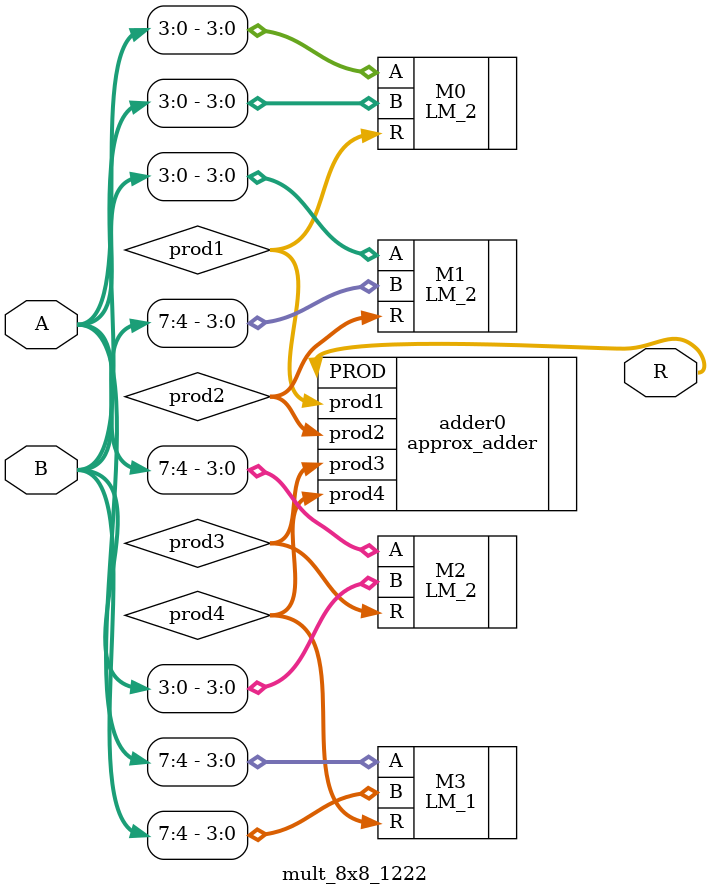
<source format=v>
module mult_8x8_1222(
input [7:0] A,
input [7:0] B,
output [15:0]R
);
wire [7:0]prod1;
wire [7:0]prod2;
wire [7:0]prod3;
wire [7:0]prod4;

LM_2 M0(.A(A[3:0]),.B(B[3:0]),.R(prod1));
LM_2 M1(.A(A[3:0]),.B(B[7:4]),.R(prod2));
LM_2 M2(.A(A[7:4]),.B(B[3:0]),.R(prod3));
LM_1 M3(.A(A[7:4]),.B(B[7:4]),.R(prod4));
approx_adder adder0(.prod1(prod1),.prod2(prod2),.prod3(prod3),.prod4(prod4),.PROD(R));
endmodule

</source>
